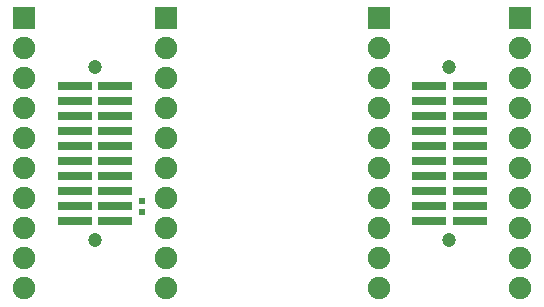
<source format=gts>
G04 #@! TF.FileFunction,Soldermask,Top*
%FSLAX46Y46*%
G04 Gerber Fmt 4.6, Leading zero omitted, Abs format (unit mm)*
G04 Created by KiCad (PCBNEW 0.201601071449+6428~40~ubuntu14.04.1-stable) date Tue 26 Apr 2016 00:32:58 BST*
%MOMM*%
G01*
G04 APERTURE LIST*
%ADD10C,0.100000*%
%ADD11R,2.920000X0.740000*%
%ADD12C,1.200000*%
%ADD13R,0.620000X0.620000*%
%ADD14R,1.900000X1.900000*%
%ADD15C,1.900000*%
G04 APERTURE END LIST*
D10*
D11*
X83285000Y-94285000D03*
X86715000Y-94285000D03*
X83285000Y-95555000D03*
X86715000Y-95555000D03*
X83285000Y-96825000D03*
X86715000Y-96825000D03*
X83285000Y-98095000D03*
X86715000Y-98095000D03*
X83285000Y-99365000D03*
X86715000Y-99365000D03*
X83285000Y-100635000D03*
X86715000Y-100635000D03*
X83285000Y-101905000D03*
X86715000Y-101905000D03*
X83285000Y-103175000D03*
X86715000Y-103175000D03*
X83285000Y-104445000D03*
X86715000Y-104445000D03*
X83285000Y-105715000D03*
X86715000Y-105715000D03*
X113285000Y-94285000D03*
X116715000Y-94285000D03*
X113285000Y-95555000D03*
X116715000Y-95555000D03*
X113285000Y-96825000D03*
X116715000Y-96825000D03*
X113285000Y-98095000D03*
X116715000Y-98095000D03*
X113285000Y-99365000D03*
X116715000Y-99365000D03*
X113285000Y-100635000D03*
X116715000Y-100635000D03*
X113285000Y-101905000D03*
X116715000Y-101905000D03*
X113285000Y-103175000D03*
X116715000Y-103175000D03*
X113285000Y-104445000D03*
X116715000Y-104445000D03*
X113285000Y-105715000D03*
X116715000Y-105715000D03*
D12*
X85000000Y-107305000D03*
X85000000Y-92695000D03*
X115000000Y-107305000D03*
X115000000Y-92695000D03*
D13*
X89000000Y-104950000D03*
X89000000Y-104050000D03*
D14*
X79000000Y-88570000D03*
D15*
X79000000Y-91110000D03*
X79000000Y-93650000D03*
X79000000Y-96190000D03*
X79000000Y-98730000D03*
X79000000Y-101270000D03*
X79000000Y-103810000D03*
X79000000Y-106350000D03*
X79000000Y-108890000D03*
X79000000Y-111430000D03*
D14*
X91000000Y-88570000D03*
D15*
X91000000Y-91110000D03*
X91000000Y-93650000D03*
X91000000Y-96190000D03*
X91000000Y-98730000D03*
X91000000Y-101270000D03*
X91000000Y-103810000D03*
X91000000Y-106350000D03*
X91000000Y-108890000D03*
X91000000Y-111430000D03*
D14*
X109000000Y-88570000D03*
D15*
X109000000Y-91110000D03*
X109000000Y-93650000D03*
X109000000Y-96190000D03*
X109000000Y-98730000D03*
X109000000Y-101270000D03*
X109000000Y-103810000D03*
X109000000Y-106350000D03*
X109000000Y-108890000D03*
X109000000Y-111430000D03*
D14*
X121000000Y-88570000D03*
D15*
X121000000Y-91110000D03*
X121000000Y-93650000D03*
X121000000Y-96190000D03*
X121000000Y-98730000D03*
X121000000Y-101270000D03*
X121000000Y-103810000D03*
X121000000Y-106350000D03*
X121000000Y-108890000D03*
X121000000Y-111430000D03*
M02*

</source>
